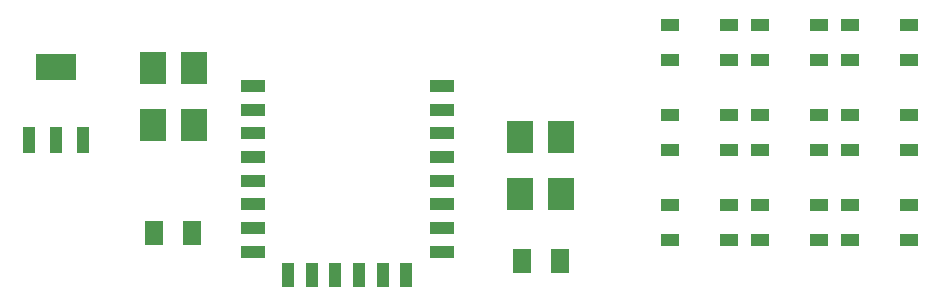
<source format=gtp>
G04 Layer: TopPasteMaskLayer*
G04 EasyEDA v6.2.46, 2019-10-20T21:32:37+02:00*
G04 1b03a97609cc40e3b605099c23bcd23e,75269f13ecf445cbab963e2f909655d1,10*
G04 Gerber Generator version 0.2*
G04 Scale: 100 percent, Rotated: No, Reflected: No *
G04 Dimensions in inches *
G04 leading zeros omitted , absolute positions ,2 integer and 4 decimal *
%FSLAX24Y24*%
%MOIN*%
G90*
G70D02*

%ADD12R,0.078740X0.039370*%
%ADD13R,0.039370X0.078740*%
%ADD14R,0.043000X0.085000*%
%ADD15R,0.138000X0.085000*%
%ADD16R,0.090551X0.106300*%
%ADD17R,0.063000X0.078740*%

%LPD*%
G54D12*
G01X9176Y9289D03*
G01X9176Y8501D03*
G01X9176Y7714D03*
G01X9176Y6927D03*
G01X9176Y6139D03*
G01X9176Y5352D03*
G01X9176Y4565D03*
G01X9176Y3777D03*
G54D13*
G01X10357Y2989D03*
G01X11144Y2990D03*
G01X11931Y2990D03*
G01X12718Y2990D03*
G01X13506Y2990D03*
G01X14293Y2989D03*
G54D12*
G01X15475Y3775D03*
G01X15475Y4564D03*
G01X15476Y5350D03*
G01X15476Y6138D03*
G01X15475Y6926D03*
G01X15476Y7713D03*
G01X15476Y8500D03*
G01X15476Y9288D03*
G54D14*
G01X1719Y7480D03*
G01X2630Y7480D03*
G01X3530Y7480D03*
G54D15*
G01X2630Y9919D03*
G54D16*
G01X5844Y9900D03*
G01X7205Y9900D03*
G01X5844Y8000D03*
G01X7205Y8000D03*
G01X18094Y7600D03*
G01X19455Y7600D03*
G01X18094Y5700D03*
G01X19455Y5700D03*
G54D17*
G01X7154Y4400D03*
G01X5895Y4400D03*
G36*
G01X25354Y9963D02*
G01X24764Y9963D01*
G01X24764Y10355D01*
G01X25354Y10355D01*
G01X25354Y9963D01*
G37*
G36*
G01X25354Y11144D02*
G01X24764Y11144D01*
G01X24764Y11536D01*
G01X25354Y11536D01*
G01X25354Y11144D01*
G37*
G36*
G01X23386Y11144D02*
G01X22795Y11144D01*
G01X22795Y11536D01*
G01X23386Y11536D01*
G01X23386Y11144D01*
G37*
G36*
G01X23386Y9963D02*
G01X22795Y9963D01*
G01X22795Y10355D01*
G01X23386Y10355D01*
G01X23386Y9963D01*
G37*
G36*
G01X28354Y9963D02*
G01X27764Y9963D01*
G01X27764Y10355D01*
G01X28354Y10355D01*
G01X28354Y9963D01*
G37*
G36*
G01X28354Y11144D02*
G01X27764Y11144D01*
G01X27764Y11536D01*
G01X28354Y11536D01*
G01X28354Y11144D01*
G37*
G36*
G01X26386Y11144D02*
G01X25795Y11144D01*
G01X25795Y11536D01*
G01X26386Y11536D01*
G01X26386Y11144D01*
G37*
G36*
G01X26386Y9963D02*
G01X25795Y9963D01*
G01X25795Y10355D01*
G01X26386Y10355D01*
G01X26386Y9963D01*
G37*
G36*
G01X31354Y9963D02*
G01X30764Y9963D01*
G01X30764Y10355D01*
G01X31354Y10355D01*
G01X31354Y9963D01*
G37*
G36*
G01X31354Y11144D02*
G01X30764Y11144D01*
G01X30764Y11536D01*
G01X31354Y11536D01*
G01X31354Y11144D01*
G37*
G36*
G01X29386Y11144D02*
G01X28795Y11144D01*
G01X28795Y11536D01*
G01X29386Y11536D01*
G01X29386Y11144D01*
G37*
G36*
G01X29386Y9963D02*
G01X28795Y9963D01*
G01X28795Y10355D01*
G01X29386Y10355D01*
G01X29386Y9963D01*
G37*
G36*
G01X25354Y6963D02*
G01X24764Y6963D01*
G01X24764Y7355D01*
G01X25354Y7355D01*
G01X25354Y6963D01*
G37*
G36*
G01X25354Y8144D02*
G01X24764Y8144D01*
G01X24764Y8536D01*
G01X25354Y8536D01*
G01X25354Y8144D01*
G37*
G36*
G01X23386Y8144D02*
G01X22795Y8144D01*
G01X22795Y8536D01*
G01X23386Y8536D01*
G01X23386Y8144D01*
G37*
G36*
G01X23386Y6963D02*
G01X22795Y6963D01*
G01X22795Y7355D01*
G01X23386Y7355D01*
G01X23386Y6963D01*
G37*
G36*
G01X28354Y3963D02*
G01X27764Y3963D01*
G01X27764Y4355D01*
G01X28354Y4355D01*
G01X28354Y3963D01*
G37*
G36*
G01X28354Y5144D02*
G01X27764Y5144D01*
G01X27764Y5536D01*
G01X28354Y5536D01*
G01X28354Y5144D01*
G37*
G36*
G01X26386Y5144D02*
G01X25795Y5144D01*
G01X25795Y5536D01*
G01X26386Y5536D01*
G01X26386Y5144D01*
G37*
G36*
G01X26386Y3963D02*
G01X25795Y3963D01*
G01X25795Y4355D01*
G01X26386Y4355D01*
G01X26386Y3963D01*
G37*
G36*
G01X25354Y3963D02*
G01X24764Y3963D01*
G01X24764Y4355D01*
G01X25354Y4355D01*
G01X25354Y3963D01*
G37*
G36*
G01X25354Y5144D02*
G01X24764Y5144D01*
G01X24764Y5536D01*
G01X25354Y5536D01*
G01X25354Y5144D01*
G37*
G36*
G01X23386Y5144D02*
G01X22795Y5144D01*
G01X22795Y5536D01*
G01X23386Y5536D01*
G01X23386Y5144D01*
G37*
G36*
G01X23386Y3963D02*
G01X22795Y3963D01*
G01X22795Y4355D01*
G01X23386Y4355D01*
G01X23386Y3963D01*
G37*
G36*
G01X31354Y6963D02*
G01X30764Y6963D01*
G01X30764Y7355D01*
G01X31354Y7355D01*
G01X31354Y6963D01*
G37*
G36*
G01X31354Y8144D02*
G01X30764Y8144D01*
G01X30764Y8536D01*
G01X31354Y8536D01*
G01X31354Y8144D01*
G37*
G36*
G01X29386Y8144D02*
G01X28795Y8144D01*
G01X28795Y8536D01*
G01X29386Y8536D01*
G01X29386Y8144D01*
G37*
G36*
G01X29386Y6963D02*
G01X28795Y6963D01*
G01X28795Y7355D01*
G01X29386Y7355D01*
G01X29386Y6963D01*
G37*
G36*
G01X28354Y6963D02*
G01X27764Y6963D01*
G01X27764Y7355D01*
G01X28354Y7355D01*
G01X28354Y6963D01*
G37*
G36*
G01X28354Y8144D02*
G01X27764Y8144D01*
G01X27764Y8536D01*
G01X28354Y8536D01*
G01X28354Y8144D01*
G37*
G36*
G01X26386Y8144D02*
G01X25795Y8144D01*
G01X25795Y8536D01*
G01X26386Y8536D01*
G01X26386Y8144D01*
G37*
G36*
G01X26386Y6963D02*
G01X25795Y6963D01*
G01X25795Y7355D01*
G01X26386Y7355D01*
G01X26386Y6963D01*
G37*
G36*
G01X31354Y3963D02*
G01X30764Y3963D01*
G01X30764Y4355D01*
G01X31354Y4355D01*
G01X31354Y3963D01*
G37*
G36*
G01X31354Y5144D02*
G01X30764Y5144D01*
G01X30764Y5536D01*
G01X31354Y5536D01*
G01X31354Y5144D01*
G37*
G36*
G01X29386Y5144D02*
G01X28795Y5144D01*
G01X28795Y5536D01*
G01X29386Y5536D01*
G01X29386Y5144D01*
G37*
G36*
G01X29386Y3963D02*
G01X28795Y3963D01*
G01X28795Y4355D01*
G01X29386Y4355D01*
G01X29386Y3963D01*
G37*
G01X19404Y3450D03*
G01X18145Y3450D03*
M00*
M02*

</source>
